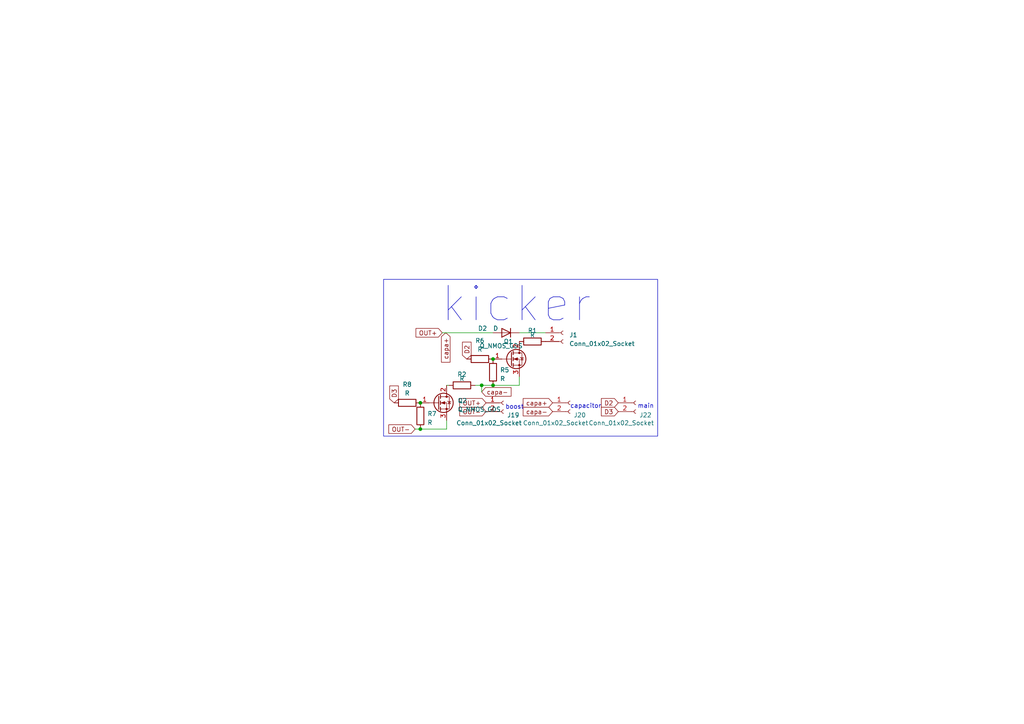
<source format=kicad_sch>
(kicad_sch (version 20230121) (generator eeschema)
  (paper "A4")
  (lib_symbols
    (symbol "Connector:Conn_01x02_Socket" (pin_names (offset 1.016) hide)
      (property "Reference" "J" (at 0 2.54 0))
      (property "Value" "Conn_01x02_Socket" (at 0 -5.08 0))
      (symbol "Conn_01x02_Socket_1_1"
        (arc (start 0 -2.032) (mid -0.5058 -2.54) (end 0 -3.048) (stroke (width 0.1524)))
        (polyline (pts (xy -1.27 -2.54) (xy -0.508 -2.54)) (stroke (width 0.1524)))
        (polyline (pts (xy -1.27 0) (xy -0.508 0)) (stroke (width 0.1524)))
        (arc (start 0 0.508) (mid -0.5058 0) (end 0 -0.508) (stroke (width 0.1524)))
        (pin passive line (at -5.08 0 0) (length 3.81) (name "Pin_1") (number "1"))
        (pin passive line (at -5.08 -2.54 0) (length 3.81) (name "Pin_2") (number "2"))
      )
    )
    (symbol "Device:D" (pin_numbers hide) (pin_names (offset 1.016) hide)
      (property "Reference" "D" (at 0 2.54 0))
      (property "Value" "D" (at 0 -2.54 0))
      (symbol "D_0_1"
        (polyline (pts (xy -1.27 1.27) (xy -1.27 -1.27)) (stroke (width 0.254)))
        (polyline (pts (xy 1.27 0) (xy -1.27 0)))
        (polyline (pts (xy 1.27 1.27) (xy 1.27 -1.27) (xy -1.27 0) (xy 1.27 1.27)) (stroke (width 0.254)))
      )
      (symbol "D_1_1"
        (pin passive line (at -3.81 0 0) (length 2.54) (name "K") (number "1"))
        (pin passive line (at 3.81 0 180) (length 2.54) (name "A") (number "2"))
      )
    )
    (symbol "Device:Q_NMOS_GDS" (pin_names (offset 0) hide)
      (property "Reference" "Q" (at 5.08 1.27 0))
      (property "Value" "Q_NMOS_GDS" (at 5.08 -1.27 0))
      (symbol "Q_NMOS_GDS_0_1"
        (polyline (pts (xy 0.254 0) (xy -2.54 0)))
        (polyline (pts (xy 0.254 1.905) (xy 0.254 -1.905)) (stroke (width 0.254)))
        (polyline (pts (xy 0.762 -1.27) (xy 0.762 -2.286)) (stroke (width 0.254)))
        (polyline (pts (xy 0.762 0.508) (xy 0.762 -0.508)) (stroke (width 0.254)))
        (polyline (pts (xy 0.762 2.286) (xy 0.762 1.27)) (stroke (width 0.254)))
        (polyline (pts (xy 2.54 2.54) (xy 2.54 1.778)))
        (polyline (pts (xy 2.54 -2.54) (xy 2.54 0) (xy 0.762 0)))
        (polyline (pts (xy 0.762 -1.778) (xy 3.302 -1.778) (xy 3.302 1.778) (xy 0.762 1.778)))
        (polyline (pts (xy 1.016 0) (xy 2.032 0.381) (xy 2.032 -0.381) (xy 1.016 0)) (fill (type outline)))
        (polyline (pts (xy 2.794 0.508) (xy 2.921 0.381) (xy 3.683 0.381) (xy 3.81 0.254)))
        (polyline (pts (xy 3.302 0.381) (xy 2.921 -0.254) (xy 3.683 -0.254) (xy 3.302 0.381)))
        (circle (center 1.651 0) (radius 2.794) (stroke (width 0.254)))
        (circle (center 2.54 -1.778) (radius 0.254) (fill (type outline)))
        (circle (center 2.54 1.778) (radius 0.254) (fill (type outline)))
      )
      (symbol "Q_NMOS_GDS_1_1"
        (pin input line (at -5.08 0 0) (length 2.54) (name "G") (number "1"))
        (pin passive line (at 2.54 5.08 270) (length 2.54) (name "D") (number "2"))
        (pin passive line (at 2.54 -5.08 90) (length 2.54) (name "S") (number "3"))
      )
    )
    (symbol "Device:R" (pin_numbers hide) (pin_names (offset 0))
      (property "Reference" "R" (at 2.032 0 90))
      (property "Value" "R" (at 0 0 90))
      (symbol "R_0_1"
        (rectangle (start -1.016 -2.54) (end 1.016 2.54) (stroke (width 0.254)))
      )
      (symbol "R_1_1"
        (pin passive line (at 0 3.81 270) (length 1.27) (name "~") (number "1"))
        (pin passive line (at 0 -3.81 90) (length 1.27) (name "~") (number "2"))
      )
    )
  )
  (junction (at 139.7 111.76))
  (junction (at 143.002 104.14))
  (junction (at 121.92 116.84))
  (junction (at 121.92 124.46))
  (junction (at 143.002 111.76))
  (wire (pts (xy 139.7 113.665) (xy 139.7 111.76)))
  (wire (pts (xy 150.622 96.52) (xy 158.242 96.52)))
  (wire (pts (xy 129.54 124.46) (xy 129.54 121.92)))
  (wire (pts (xy 137.795 111.76) (xy 139.7 111.76)))
  (wire (pts (xy 139.7 111.76) (xy 143.002 111.76)))
  (wire (pts (xy 150.622 111.76) (xy 143.002 111.76)))
  (wire (pts (xy 130.175 111.76) (xy 129.54 111.76)))
  (wire (pts (xy 150.622 109.22) (xy 150.622 111.76)))
  (wire (pts (xy 120.396 124.46) (xy 121.92 124.46)))
  (wire (pts (xy 128.27 96.52) (xy 143.002 96.52)))
  (wire (pts (xy 121.92 124.46) (xy 129.54 124.46)))
  (rectangle (start 111.252 81.026) (end 190.754 126.492))
  (text "main" (at 184.912 118.618 0) (effects (font (size 1.27 1.27)) (justify left bottom)))
  (text "kicker" (at 127.508 94.234 0) (effects (font (size 10 10)) (justify left bottom)))
  (text "capacitor" (at 165.354 118.618 0) (effects (font (size 1.27 1.27)) (justify left bottom)))
  (text "boost" (at 146.558 118.872 0) (effects (font (size 1.27 1.27)) (justify left bottom)))
  (global_label "capa-" (shape input) (at 160.274 119.38 180) (property "Intersheetrefs" "${INTERSHEET_REFS}" (effects hide)))
  (global_label "OUT-" (shape input) (at 120.396 124.46 180) (property "Intersheetrefs" "${INTERSHEET_REFS}" (effects hide)))
  (global_label "D3" (shape input) (at 179.324 119.38 180) (property "Intersheetrefs" "${INTERSHEET_REFS}" (effects hide)))
  (global_label "D3" (shape input) (at 114.3 116.84 90) (property "Intersheetrefs" "${INTERSHEET_REFS}" (effects hide)))
  (global_label "D2" (shape input) (at 135.382 104.14 90) (property "Intersheetrefs" "${INTERSHEET_REFS}" (effects hide)))
  (global_label "capa-" (shape input) (at 139.7 113.665 0) (property "Intersheetrefs" "${INTERSHEET_REFS}" (effects hide)))
  (global_label "capa+" (shape input) (at 160.274 116.84 180) (property "Intersheetrefs" "${INTERSHEET_REFS}" (effects hide)))
  (global_label "OUT-" (shape input) (at 140.97 119.38 180) (property "Intersheetrefs" "${INTERSHEET_REFS}" (effects hide)))
  (global_label "capa+" (shape input) (at 129.286 96.52 270) (property "Intersheetrefs" "${INTERSHEET_REFS}" (effects hide)))
  (global_label "OUT+" (shape input) (at 140.97 116.84 180) (property "Intersheetrefs" "${INTERSHEET_REFS}" (effects hide)))
  (global_label "OUT+" (shape input) (at 128.27 96.52 180) (property "Intersheetrefs" "${INTERSHEET_REFS}" (effects hide)))
  (global_label "D2" (shape input) (at 179.324 116.84 180) (property "Intersheetrefs" "${INTERSHEET_REFS}" (effects hide)))
  (symbol (lib_id "Device:R") (at 154.432 99.06 90) (unit 1)
    (property "Reference" "R1" (at 154.432 95.885 90))
    (property "Value" "R" (at 154.432 97.155 90))
    (property "Footprint" "_Others:5W 1Ω sement" (effects hide))
  )
  (symbol (lib_id "Device:R") (at 139.192 104.14 90) (unit 1)
    (property "Reference" "R6" (at 139.192 98.806 90))
    (property "Value" "R" (at 139.192 101.346 90))
    (property "Footprint" "Resistor_THT:R_Axial_DIN0207_L6.3mm_D2.5mm_P7.62mm_Horizontal" (effects hide))
  )
  (symbol (lib_id "Device:R") (at 133.985 111.76 90) (unit 1)
    (property "Reference" "R2" (at 133.985 108.585 90))
    (property "Value" "R" (at 133.985 109.855 90))
    (property "Footprint" "_Others:5W 1Ω sement" (effects hide))
  )
  (symbol (lib_id "Connector:Conn_01x02_Socket") (at 184.404 116.84 0) (unit 1)
    (property "Reference" "J22" (at 185.42 120.396 0) (effects (justify left)))
    (property "Value" "Conn_01x02_Socket" (at 170.688 122.682 0) (effects (justify left)))
    (property "Footprint" "Connector_PinHeader_2.54mm:PinHeader_1x02_P2.54mm_Vertical" (effects hide))
  )
  (symbol (lib_id "Connector:Conn_01x02_Socket") (at 163.322 96.52 0) (unit 1)
    (property "Reference" "J1" (at 165.1 97.155 0) (effects (justify left)))
    (property "Value" "Conn_01x02_Socket" (at 165.1 99.695 0) (effects (justify left)))
    (property "Footprint" "Connector_PinHeader_2.54mm:PinHeader_1x02_P2.54mm_Vertical" (effects hide))
  )
  (symbol (lib_id "Connector:Conn_01x02_Socket") (at 165.354 116.84 0) (unit 1)
    (property "Reference" "J20" (at 166.37 120.396 0) (effects (justify left)))
    (property "Value" "Conn_01x02_Socket" (at 151.638 122.682 0) (effects (justify left)))
    (property "Footprint" "Connector_PinHeader_2.54mm:PinHeader_1x02_P2.54mm_Vertical" (effects hide))
  )
  (symbol (lib_id "Device:D") (at 146.812 96.52 180) (unit 1)
    (property "Reference" "D2" (at 139.954 95.25 0))
    (property "Value" "D" (at 143.764 95.25 0))
    (property "Footprint" "Diode_THT:D_5W_P12.70mm_Horizontal" (effects hide))
    (property "Sim.Device" "D" (effects hide))
    (property "Sim.Pins" "1=K 2=A" (effects hide))
  )
  (symbol (lib_id "Device:Q_NMOS_GDS") (at 148.082 104.14 0) (unit 1)
    (property "Reference" "Q1" (at 146.05 99.06 0) (effects (justify left)))
    (property "Value" "Q_NMOS_GDS" (at 139.065 100.33 0) (effects (justify left)))
    (property "Footprint" "可変抵抗:FET" (effects hide))
  )
  (symbol (lib_id "Connector:Conn_01x02_Socket") (at 146.05 116.84 0) (unit 1)
    (property "Reference" "J19" (at 147.066 120.396 0) (effects (justify left)))
    (property "Value" "Conn_01x02_Socket" (at 132.334 122.682 0) (effects (justify left)))
    (property "Footprint" "Connector_PinHeader_2.54mm:PinHeader_1x02_P2.54mm_Vertical" (effects hide))
  )
  (symbol (lib_id "Device:R") (at 121.92 120.65 0) (unit 1)
    (property "Reference" "R7" (at 123.952 120.015 0) (effects (justify left)))
    (property "Value" "R" (at 123.952 122.555 0) (effects (justify left)))
    (property "Footprint" "Resistor_THT:R_Axial_DIN0207_L6.3mm_D2.5mm_P7.62mm_Horizontal" (effects hide))
  )
  (symbol (lib_id "Device:Q_NMOS_GDS") (at 127 116.84 0) (unit 1)
    (property "Reference" "Q2" (at 132.715 116.205 0) (effects (justify left)))
    (property "Value" "Q_NMOS_GDS" (at 132.715 118.745 0) (effects (justify left)))
    (property "Footprint" "Connector_PinHeader_2.54mm:PinHeader_1x03_P2.54mm_Vertical" (effects hide))
  )
  (symbol (lib_id "Device:R") (at 118.11 116.84 90) (unit 1)
    (property "Reference" "R8" (at 118.11 111.506 90))
    (property "Value" "R" (at 118.11 114.046 90))
    (property "Footprint" "Resistor_THT:R_Axial_DIN0207_L6.3mm_D2.5mm_P7.62mm_Horizontal" (effects hide))
  )
  (symbol (lib_id "Device:R") (at 143.002 107.95 0) (unit 1)
    (property "Reference" "R5" (at 145.034 107.315 0) (effects (justify left)))
    (property "Value" "R" (at 145.034 109.855 0) (effects (justify left)))
    (property "Footprint" "Resistor_THT:R_Axial_DIN0207_L6.3mm_D2.5mm_P7.62mm_Horizontal" (effects hide))
  )
)
</source>
